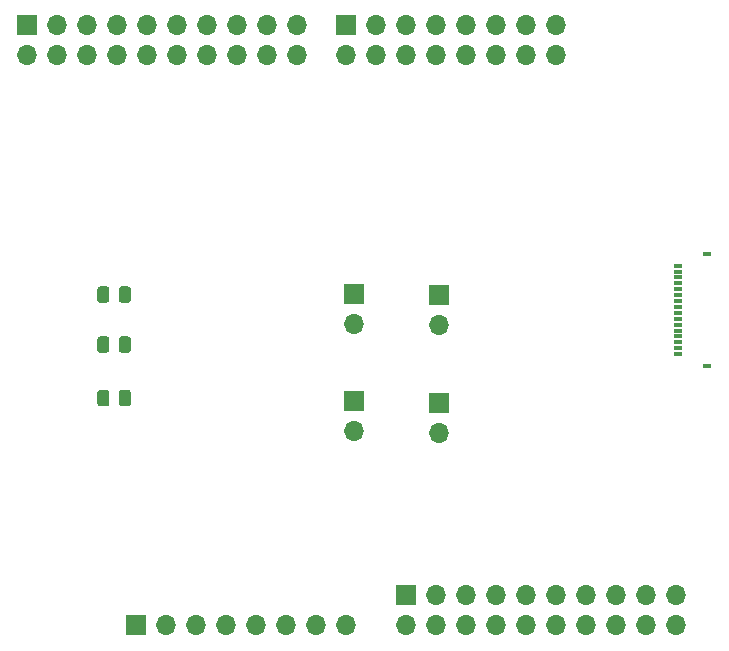
<source format=gts>
G04 #@! TF.GenerationSoftware,KiCad,Pcbnew,(5.1.10)-1*
G04 #@! TF.CreationDate,2022-05-03T13:10:24+02:00*
G04 #@! TF.ProjectId,psoc_shield,70736f63-5f73-4686-9965-6c642e6b6963,rev?*
G04 #@! TF.SameCoordinates,Original*
G04 #@! TF.FileFunction,Soldermask,Top*
G04 #@! TF.FilePolarity,Negative*
%FSLAX46Y46*%
G04 Gerber Fmt 4.6, Leading zero omitted, Abs format (unit mm)*
G04 Created by KiCad (PCBNEW (5.1.10)-1) date 2022-05-03 13:10:24*
%MOMM*%
%LPD*%
G01*
G04 APERTURE LIST*
%ADD10O,1.700000X1.700000*%
%ADD11R,1.700000X1.700000*%
%ADD12R,0.800000X0.300000*%
%ADD13R,0.800000X0.400000*%
G04 APERTURE END LIST*
G36*
G01*
X115882500Y-106269999D02*
X115882500Y-107170001D01*
G75*
G02*
X115632501Y-107420000I-249999J0D01*
G01*
X115107499Y-107420000D01*
G75*
G02*
X114857500Y-107170001I0J249999D01*
G01*
X114857500Y-106269999D01*
G75*
G02*
X115107499Y-106020000I249999J0D01*
G01*
X115632501Y-106020000D01*
G75*
G02*
X115882500Y-106269999I0J-249999D01*
G01*
G37*
G36*
G01*
X117707500Y-106269999D02*
X117707500Y-107170001D01*
G75*
G02*
X117457501Y-107420000I-249999J0D01*
G01*
X116932499Y-107420000D01*
G75*
G02*
X116682500Y-107170001I0J249999D01*
G01*
X116682500Y-106269999D01*
G75*
G02*
X116932499Y-106020000I249999J0D01*
G01*
X117457501Y-106020000D01*
G75*
G02*
X117707500Y-106269999I0J-249999D01*
G01*
G37*
G36*
G01*
X115880000Y-101739999D02*
X115880000Y-102640001D01*
G75*
G02*
X115630001Y-102890000I-249999J0D01*
G01*
X115104999Y-102890000D01*
G75*
G02*
X114855000Y-102640001I0J249999D01*
G01*
X114855000Y-101739999D01*
G75*
G02*
X115104999Y-101490000I249999J0D01*
G01*
X115630001Y-101490000D01*
G75*
G02*
X115880000Y-101739999I0J-249999D01*
G01*
G37*
G36*
G01*
X117705000Y-101739999D02*
X117705000Y-102640001D01*
G75*
G02*
X117455001Y-102890000I-249999J0D01*
G01*
X116929999Y-102890000D01*
G75*
G02*
X116680000Y-102640001I0J249999D01*
G01*
X116680000Y-101739999D01*
G75*
G02*
X116929999Y-101490000I249999J0D01*
G01*
X117455001Y-101490000D01*
G75*
G02*
X117705000Y-101739999I0J-249999D01*
G01*
G37*
G36*
G01*
X115877500Y-97499999D02*
X115877500Y-98400001D01*
G75*
G02*
X115627501Y-98650000I-249999J0D01*
G01*
X115102499Y-98650000D01*
G75*
G02*
X114852500Y-98400001I0J249999D01*
G01*
X114852500Y-97499999D01*
G75*
G02*
X115102499Y-97250000I249999J0D01*
G01*
X115627501Y-97250000D01*
G75*
G02*
X115877500Y-97499999I0J-249999D01*
G01*
G37*
G36*
G01*
X117702500Y-97499999D02*
X117702500Y-98400001D01*
G75*
G02*
X117452501Y-98650000I-249999J0D01*
G01*
X116927499Y-98650000D01*
G75*
G02*
X116677500Y-98400001I0J249999D01*
G01*
X116677500Y-97499999D01*
G75*
G02*
X116927499Y-97250000I249999J0D01*
G01*
X117452501Y-97250000D01*
G75*
G02*
X117702500Y-97499999I0J-249999D01*
G01*
G37*
D10*
X153700000Y-77697400D03*
X153700000Y-75157400D03*
X151160000Y-77697400D03*
X151160000Y-75157400D03*
X148620000Y-77697400D03*
X148620000Y-75157400D03*
X146080000Y-77697400D03*
X146080000Y-75157400D03*
X143540000Y-77697400D03*
X143540000Y-75157400D03*
X141000000Y-77697400D03*
X141000000Y-75157400D03*
X138460000Y-77697400D03*
X138460000Y-75157400D03*
X135920000Y-77697400D03*
D11*
X135920000Y-75157400D03*
D10*
X131800900Y-77680100D03*
X131800900Y-75140100D03*
X129260900Y-77680100D03*
X129260900Y-75140100D03*
X126720900Y-77680100D03*
X126720900Y-75140100D03*
X124180900Y-77680100D03*
X124180900Y-75140100D03*
X121640900Y-77680100D03*
X121640900Y-75140100D03*
X119100900Y-77680100D03*
X119100900Y-75140100D03*
X116560900Y-77680100D03*
X116560900Y-75140100D03*
X114020900Y-77680100D03*
X114020900Y-75140100D03*
X111480900Y-77680100D03*
X111480900Y-75140100D03*
X108940900Y-77680100D03*
D11*
X108940900Y-75140100D03*
D12*
X164000000Y-103000000D03*
X164000000Y-102500000D03*
X164000000Y-102000000D03*
X164000000Y-101500000D03*
X164000000Y-101000000D03*
X164000000Y-100500000D03*
X164000000Y-100000000D03*
X164000000Y-99500000D03*
X164000000Y-99000000D03*
X164000000Y-98500000D03*
X164000000Y-98000000D03*
X164000000Y-97500000D03*
X164000000Y-97000000D03*
X164000000Y-96500000D03*
X164000000Y-96000000D03*
X164000000Y-95500000D03*
D13*
X166500000Y-104000000D03*
X166500000Y-94500000D03*
D10*
X143800000Y-100540000D03*
D11*
X143800000Y-98000000D03*
D10*
X143800000Y-109700000D03*
D11*
X143800000Y-107160000D03*
D10*
X136600000Y-109500000D03*
D11*
X136600000Y-106960000D03*
D10*
X136600000Y-100440000D03*
D11*
X136600000Y-97900000D03*
X118140000Y-125965000D03*
D10*
X120680000Y-125965000D03*
X123220000Y-125965000D03*
X125760000Y-125965000D03*
X128300000Y-125965000D03*
X130840000Y-125965000D03*
X133380000Y-125965000D03*
X135920000Y-125965000D03*
X163860000Y-125965000D03*
X163860000Y-123425000D03*
X161320000Y-125965000D03*
X161320000Y-123425000D03*
X158780000Y-125965000D03*
X158780000Y-123425000D03*
X156240000Y-125965000D03*
X156240000Y-123425000D03*
X153700000Y-125965000D03*
X153700000Y-123425000D03*
X151160000Y-125965000D03*
X151160000Y-123425000D03*
X148620000Y-125965000D03*
X148620000Y-123425000D03*
X146080000Y-125965000D03*
X146080000Y-123425000D03*
X143540000Y-125965000D03*
X143540000Y-123425000D03*
X141000000Y-125965000D03*
D11*
X141000000Y-123425000D03*
M02*

</source>
